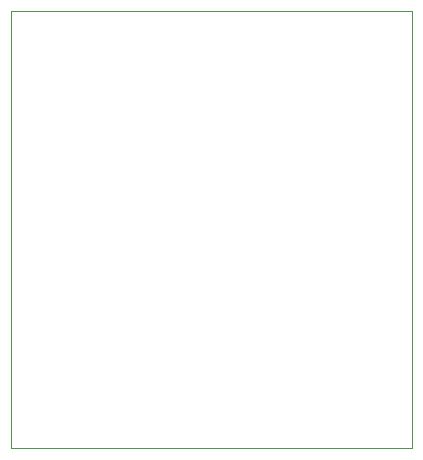
<source format=gbr>
%TF.GenerationSoftware,KiCad,Pcbnew,(6.0.0)*%
%TF.CreationDate,2022-03-28T21:24:56+02:00*%
%TF.ProjectId,BMS,424d532e-6b69-4636-9164-5f7063625858,rev?*%
%TF.SameCoordinates,Original*%
%TF.FileFunction,Profile,NP*%
%FSLAX46Y46*%
G04 Gerber Fmt 4.6, Leading zero omitted, Abs format (unit mm)*
G04 Created by KiCad (PCBNEW (6.0.0)) date 2022-03-28 21:24:56*
%MOMM*%
%LPD*%
G01*
G04 APERTURE LIST*
%TA.AperFunction,Profile*%
%ADD10C,0.100000*%
%TD*%
G04 APERTURE END LIST*
D10*
X124000000Y-63000000D02*
X90000000Y-63000000D01*
X124000000Y-65000000D02*
X124000000Y-63000000D01*
X90000000Y-63000000D02*
X90000000Y-65000000D01*
X90000000Y-100000000D02*
X124000000Y-100000000D01*
X90000000Y-97000000D02*
X90000000Y-100000000D01*
X124000000Y-100000000D02*
X124000000Y-97000000D01*
X90000000Y-97000000D02*
X90000000Y-65000000D01*
X124000000Y-65000000D02*
X124000000Y-97000000D01*
M02*

</source>
